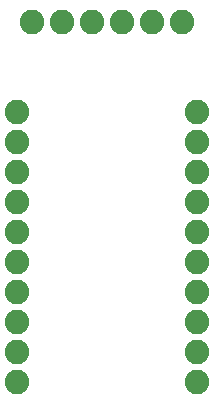
<source format=gbs>
G04*
G04 #@! TF.GenerationSoftware,Altium Limited,Altium Designer,23.9.2 (47)*
G04*
G04 Layer_Color=16711935*
%FSLAX44Y44*%
%MOMM*%
G71*
G04*
G04 #@! TF.SameCoordinates,EBCB506E-6E98-4729-9E24-7AD58DD85887*
G04*
G04*
G04 #@! TF.FilePolarity,Negative*
G04*
G01*
G75*
%ADD17C,2.0828*%
D17*
X254000Y317500D02*
D03*
X228600D02*
D03*
X203200D02*
D03*
X177800D02*
D03*
X152400D02*
D03*
X127000D02*
D03*
X266700Y12700D02*
D03*
Y38100D02*
D03*
Y63500D02*
D03*
Y88900D02*
D03*
Y114300D02*
D03*
Y139700D02*
D03*
Y165100D02*
D03*
Y190500D02*
D03*
Y215900D02*
D03*
Y241300D02*
D03*
X114300D02*
D03*
Y215900D02*
D03*
Y190500D02*
D03*
Y165100D02*
D03*
Y139700D02*
D03*
Y114300D02*
D03*
Y88900D02*
D03*
Y63500D02*
D03*
Y38100D02*
D03*
Y12700D02*
D03*
M02*

</source>
